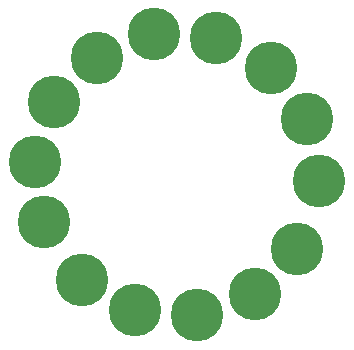
<source format=gbr>
G04 #@! TF.FileFunction,Soldermask,Bot*
%FSLAX46Y46*%
G04 Gerber Fmt 4.6, Leading zero omitted, Abs format (unit mm)*
G04 Created by KiCad (PCBNEW 4.0.7) date 07/05/18 15:34:05*
%MOMM*%
%LPD*%
G01*
G04 APERTURE LIST*
%ADD10C,0.100000*%
%ADD11C,4.464000*%
G04 APERTURE END LIST*
D10*
D11*
X157553660Y-82562700D03*
X159146240Y-77505560D03*
X162778440Y-73761600D03*
X167678100Y-71780400D03*
X172935900Y-72123300D03*
X177530760Y-74683620D03*
X180576220Y-78958440D03*
X181610000Y-84183220D03*
X161549080Y-92565220D03*
X176189640Y-93738700D03*
X171300140Y-95582740D03*
X166047420Y-95163640D03*
X158308040Y-87703660D03*
X179793900Y-89994740D03*
M02*

</source>
